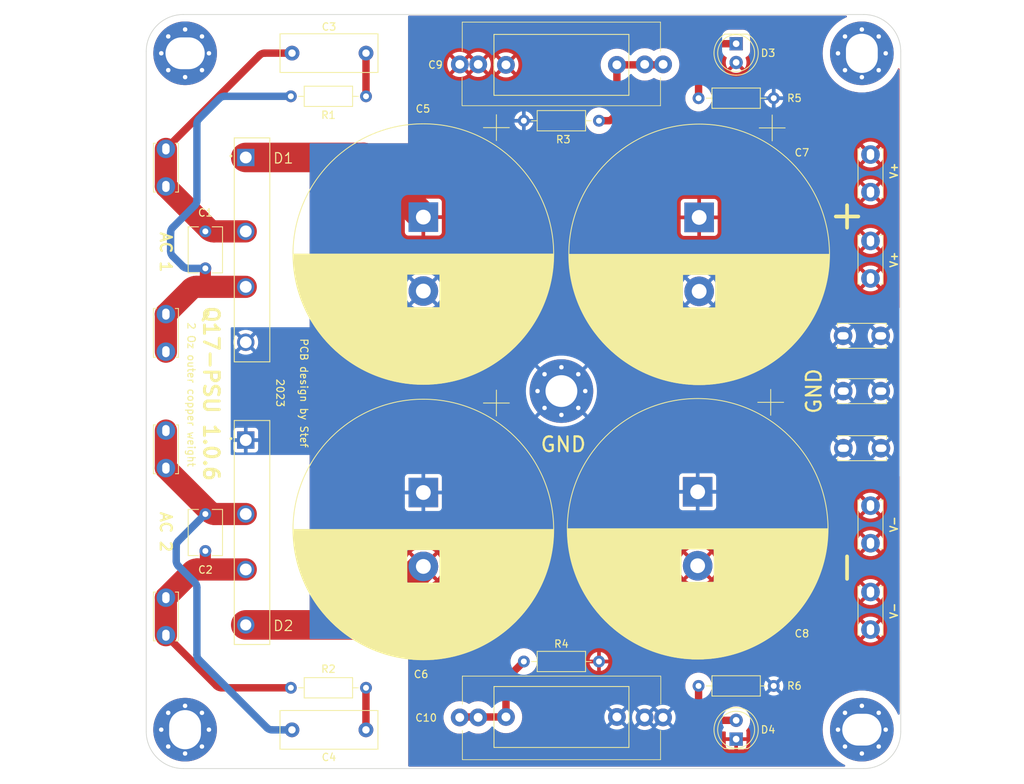
<source format=kicad_pcb>
(kicad_pcb (version 20221018) (generator pcbnew)
  (title_block (title "Q17 Power Supply") (date "2023-10-12") (rev "1.0.6") (company "by stef"))
  (layers (0 "F.Cu" signal) (31 "B.Cu" signal) (34 "B.Paste" user) (35 "F.Paste" user) (36 "B.SilkS" user "B.Silkscreen") (37 "F.SilkS" user "F.Silkscreen") (38 "B.Mask" user) (39 "F.Mask" user) (44 "Edge.Cuts" user))
  (net 0 "")
  (net 1 "GNDPWR")
  (net 2 "Net-(J1-1-Pin_1)")
  (net 3 "Net-(J1-3-Pin_1)")
  (net 4 "Net-(J1-2-Pin_1)")
  (net 5 "Net-(J1-4-Pin_1)")
  (net 6 "Net-(D3-K)")
  (net 7 "Net-(D4-A)")
  (net 8 "Net-(C3-Pad2)")
  (net 9 "Net-(C4-Pad2)")
  (net 10 "Net-(C9-Pad2)")
  (net 11 "Net-(C10-Pad2)")
  (net 12 "Net-(D3-A)")
  (net 13 "Net-(D4-K)")
  (footprint "Capacitor_THT:C_Rect_L13.0mm_W5.0mm_P10.00mm_FKS3_FKP3_MKS4" (layer "F.Cu") (at 117.762 45.212)
    (fp_text reference "C3" (at 5 -3.556) (layer "F.SilkS"))
    (fp_text value "10nF")
    (pad "1" thru_hole circle (at 0 0) (size 2 2) (drill 1) (layers "*.Cu" "*.Mask") (net 2 "Net-(J1-1-Pin_1)"))
    (pad "2" thru_hole circle (at 10 0) (size 2 2) (drill 1) (layers "*.Cu" "*.Mask") (net 8 "Net-(C3-Pad2)"))
  )
  (footprint "Q17_Library:DIOB_GBJ2510" (layer "F.Cu") (at 112.356 110.05744 -90)
    (fp_text reference "D2" (at 12.62456 -4.23) (layer "F.SilkS") (effects (font (size 1.4 1.4))))
    (fp_text value "GBJ2510")
    (pad "1" thru_hole rect (at -12.5 0.85 270) (size 2.35 2.35) (drill 1.6) (layers "*.Cu" "*.Mask") (net 1 "GNDPWR"))
    (pad "2" thru_hole circle (at -2.5 0.85 270) (size 2.35 2.35) (drill 1.6) (layers "*.Cu" "*.Mask") (net 3 "Net-(J1-3-Pin_1)"))
    (pad "3" thru_hole circle (at 5 0.85 270) (size 2.35 2.35) (drill 1.6) (layers "*.Cu" "*.Mask") (net 5 "Net-(J1-4-Pin_1)"))
    (pad "4" thru_hole circle (at 12.5 0.85 270) (size 2.35 2.35) (drill 1.51) (layers "*.Cu" "*.Mask") (net 13 "Net-(D4-K)"))
  )
  (footprint "Capacitor_THT:C_Disc_D6.0mm_W4.4mm_P5.00mm" (layer "F.Cu") (at 106.04628 107.55744 -90)
    (fp_text reference "C2" (at 7.547355 -0.011567) (layer "F.SilkS"))
    (fp_text value "10nF")
    (pad "1" thru_hole circle (at 0 0 270) (size 1.6 1.6) (drill 0.8) (layers "*.Cu" "*.Mask") (net 3 "Net-(J1-3-Pin_1)"))
    (pad "2" thru_hole circle (at 5 0 270) (size 1.6 1.6) (drill 0.8) (layers "*.Cu" "*.Mask") (net 5 "Net-(J1-4-Pin_1)"))
  )
  (footprint "Capacitor_THT:CP_Radial_D35.0mm_P10.00mm_SnapIn" (layer "F.Cu") (at 135.513301 67.394442 -90)
    (fp_text reference "C5" (at -14.648184 0.05248 -180) (layer "F.SilkS"))
    (fp_text value "10000uF 63v")
    (pad "1" thru_hole rect (at 0 0 270) (size 4 4) (drill 2) (layers "*.Cu" "*.Mask") (net 12 "Net-(D3-A)"))
    (pad "2" thru_hole circle (at 10 0 270) (size 4 4) (drill 2) (layers "*.Cu" "*.Mask") (net 1 "GNDPWR"))
  )
  (footprint "Q17_Library:Faston_Connector_63849-1_TEC" (layer "F.Cu") (at 100.71228 96.266 90)
    (fp_text reference "J1-3" hide)
    (fp_text value "AC2-1" hide)
    (pad "1" thru_hole circle (at -5.08 0 90) (size 2.5 2.5) (drill oval 1.5 1) (layers "*.Cu" "*.Mask") (net 3 "Net-(J1-3-Pin_1)"))
    (pad "1" thru_hole circle (at 0 0 90) (size 2.5 2.5) (drill oval 1.5 1) (layers "*.Cu" "*.Mask") (net 3 "Net-(J1-3-Pin_1)"))
  )
  (footprint "Q17_Library:C_Rect_Q17_PSU_L26.50_H11.00_P20.50" (layer "F.Cu") (at 142.934353 46.736)
    (fp_text reference "C9" (at -5.779934 0.063) (layer "F.SilkS"))
    (fp_text value "220nf" hide)
    (pad "1" thru_hole circle (at -2.4892 0) (size 2.4 2.4) (drill 1.2) (layers "*.Cu" "*.Mask") (net 12 "Net-(D3-A)"))
    (pad "1" thru_hole circle (at 0 0) (size 2.4 2.4) (drill 1.2) (layers "*.Cu" "*.Mask") (net 12 "Net-(D3-A)"))
    (pad "1" thru_hole circle (at 3.743647 0.063) (size 2.4 2.4) (drill 1.2) (layers "*.Cu" "*.Mask") (net 12 "Net-(D3-A)"))
    (pad "2" thru_hole circle (at 18.743647 0.063) (size 2.4 2.4) (drill 1.2) (layers "*.Cu" "*.Mask") (net 10 "Net-(C9-Pad2)"))
    (pad "2" thru_hole circle (at 22.5 0 180) (size 2.4 2.4) (drill 1.2) (layers "*.Cu" "*.Mask") (net 10 "Net-(C9-Pad2)"))
    (pad "2" thru_hole circle (at 24.9936 0 180) (size 2.4 2.4) (drill 1.2) (layers "*.Cu" "*.Mask") (net 10 "Net-(C9-Pad2)"))
  )
  (footprint "Q17_Library:Faston_Connector_63849-1_TEC" (layer "F.Cu") (at 100.71228 118.872 90)
    (fp_text reference "J1-4" hide)
    (fp_text value "AC2-2" hide)
    (pad "1" thru_hole circle (at -5.08 0 90) (size 2.5 2.5) (drill oval 1.5 1) (layers "*.Cu" "*.Mask") (net 5 "Net-(J1-4-Pin_1)"))
    (pad "1" thru_hole circle (at 0 0 90) (size 2.5 2.5) (drill oval 1.5 1) (layers "*.Cu" "*.Mask") (net 5 "Net-(J1-4-Pin_1)"))
  )
  (footprint "MountingHole:MountingHole_4.3mm_M4_Pad_Via" (layer "F.Cu") (at 154.178 90.926419)
    (fp_text reference "#GROUND01" hide)
    (fp_text value "MountingHole_4.3mm_M4_Pad_Via" hide)
    (pad "1" thru_hole circle (at -3.225 0) (size 0.9 0.9) (drill 0.6) (layers "*.Cu" "*.Mask") (net 1 "GNDPWR"))
    (pad "1" thru_hole circle (at -2.280419 -2.280419) (size 0.9 0.9) (drill 0.6) (layers "*.Cu" "*.Mask") (net 1 "GNDPWR"))
    (pad "1" thru_hole circle (at -2.280419 2.280419) (size 0.9 0.9) (drill 0.6) (layers "*.Cu" "*.Mask") (net 1 "GNDPWR"))
    (pad "1" thru_hole circle (at 0 -3.225) (size 0.9 0.9) (drill 0.6) (layers "*.Cu" "*.Mask") (net 1 "GNDPWR"))
    (pad "1" thru_hole circle (at 0 0) (size 8.6 8.6) (drill 4.3) (layers "*.Cu" "*.Mask") (net 1 "GNDPWR"))
    (pad "1" thru_hole circle (at 0 3.225) (size 0.9 0.9) (drill 0.6) (layers "*.Cu" "*.Mask") (net 1 "GNDPWR"))
    (pad "1" thru_hole circle (at 2.280419 -2.280419) (size 0.9 0.9) (drill 0.6) (layers "*.Cu" "*.Mask") (net 1 "GNDPWR"))
    (pad "1" thru_hole circle (at 2.280419 2.280419) (size 0.9 0.9) (drill 0.6) (layers "*.Cu" "*.Mask") (net 1 "GNDPWR"))
    (pad "1" thru_hole circle (at 3.225 0) (size 0.9 0.9) (drill 0.6) (layers "*.Cu" "*.Mask") (net 1 "GNDPWR"))
  )
  (footprint "Q17_Library:Faston_Connector_63849-1_TEC" (layer "F.Cu") (at 192.278 90.932 180)
    (fp_text reference "J2-4" hide)
    (fp_text value "GNDPWR" hide)
    (pad "1" thru_hole circle (at -5.08 0 180) (size 2.5 2.5) (drill oval 1.5 1) (layers "*.Cu" "*.Mask") (net 1 "GNDPWR"))
    (pad "1" thru_hole circle (at 0 0 180) (size 2.5 2.5) (drill oval 1.5 1) (layers "*.Cu" "*.Mask") (net 1 "GNDPWR"))
  )
  (footprint "Q17_Library:Faston_Connector_63849-1_TEC" (layer "F.Cu") (at 192.295665 98.653992 180)
    (fp_text reference "J2-5" hide)
    (fp_text value "GNDPWR" hide)
    (pad "1" thru_hole circle (at -5.08 0 180) (size 2.5 2.5) (drill oval 1.5 1) (layers "*.Cu" "*.Mask") (net 1 "GNDPWR"))
    (pad "1" thru_hole circle (at 0 0 180) (size 2.5 2.5) (drill oval 1.5 1) (layers "*.Cu" "*.Mask") (net 1 "GNDPWR"))
  )
  (footprint "Capacitor_THT:C_Disc_D6.0mm_W4.4mm_P5.00mm" (layer "F.Cu") (at 106.04628 69.324941 -90)
    (fp_text reference "C1" (at -2.522941 0.000992) (layer "F.SilkS"))
    (fp_text value "10nF")
    (pad "1" thru_hole circle (at 0 0 270) (size 1.6 1.6) (drill 0.8) (layers "*.Cu" "*.Mask") (net 2 "Net-(J1-1-Pin_1)"))
    (pad "2" thru_hole circle (at 5 0 270) (size 1.6 1.6) (drill 0.8) (layers "*.Cu" "*.Mask") (net 4 "Net-(J1-2-Pin_1)"))
  )
  (footprint "Q17_Library:Faston_Connector_63849-1_TEC" (layer "F.Cu") (at 100.71228 58.166 90)
    (fp_text reference "J1-1" hide)
    (fp_text value "AC1-1" hide)
    (pad "1" thru_hole circle (at -5.08 0 90) (size 2.5 2.5) (drill oval 1.5 1) (layers "*.Cu" "*.Mask") (net 2 "Net-(J1-1-Pin_1)"))
    (pad "1" thru_hole circle (at 0 0 90) (size 2.5 2.5) (drill oval 1.5 1) (layers "*.Cu" "*.Mask") (net 2 "Net-(J1-1-Pin_1)"))
  )
  (footprint "MountingHole:MountingHole_4.3mm_M4_Pad_Via" (layer "F.Cu") (at 194.79428 136.729763)
    (fp_text reference "REF**" hide)
    (fp_text value "MountingHole_4.3mm_M4_Pad_Via")
    (pad "1" thru_hole circle (at -3.225 0) (size 0.9 0.9) (drill 0.6) (layers "*.Cu" "*.Mask"))
    (pad "1" thru_hole circle (at -2.280419 -2.280419) (size 0.9 0.9) (drill 0.6) (layers "*.Cu" "*.Mask"))
    (pad "1" thru_hole circle (at -2.280419 2.280419) (size 0.9 0.9) (drill 0.6) (layers "*.Cu" "*.Mask"))
    (pad "1" thru_hole circle (at 0 -3.225) (size 0.9 0.9) (drill 0.6) (layers "*.Cu" "*.Mask"))
    (pad "1" thru_hole circle (at 0 0) (size 8.6 8.6) (drill oval 5.3 4.3) (layers "*.Cu" "*.Mask"))
    (pad "1" thru_hole circle (at 0 3.225) (size 0.9 0.9) (drill 0.6) (layers "*.Cu" "*.Mask"))
    (pad "1" thru_hole circle (at 2.280419 -2.280419) (size 0.9 0.9) (drill 0.6) (layers "*.Cu" "*.Mask"))
    (pad "1" thru_hole circle (at 2.280419 2.280419) (size 0.9 0.9) (drill 0.6) (layers "*.Cu" "*.Mask"))
    (pad "1" thru_hole circle (at 3.225 0) (size 0.9 0.9) (drill 0.6) (layers "*.Cu" "*.Mask"))
  )
  (footprint "Capacitor_THT:CP_Radial_D35.0mm_P10.00mm_SnapIn" (layer "F.Cu") (at 172.597301 104.554 -90)
    (fp_text reference "C8" (at 19.181059 -14.092699 -180) (layer "F.SilkS"))
    (fp_text value "10000uF 63v")
    (pad "1" thru_hole rect (at 0 0 270) (size 4 4) (drill 2) (layers "*.Cu" "*.Mask") (net 1 "GNDPWR"))
    (pad "2" thru_hole circle (at 10 0 270) (size 4 4) (drill 2) (layers "*.Cu" "*.Mask") (net 13 "Net-(D4-K)"))
  )
  (footprint "Resistor_THT:R_Axial_DIN0207_L6.3mm_D2.5mm_P10.16mm_Horizontal" (layer "F.Cu") (at 127.762 131.064 180)
    (fp_text reference "R2" (at 5.08 2.54) (layer "F.SilkS"))
    (fp_text value "10R")
    (pad "1" thru_hole circle (at 0 0 180) (size 1.6 1.6) (drill 0.8) (layers "*.Cu" "*.Mask") (net 9 "Net-(C4-Pad2)"))
    (pad "2" thru_hole oval (at 10.16 0 180) (size 1.6 1.6) (drill 0.8) (layers "*.Cu" "*.Mask") (net 5 "Net-(J1-4-Pin_1)"))
  )
  (footprint "Resistor_THT:R_Axial_DIN0207_L6.3mm_D2.5mm_P10.16mm_Horizontal" (layer "F.Cu") (at 149.098 127.508)
    (fp_text reference "R4" (at 5.08 -2.37) (layer "F.SilkS"))
    (fp_text value "10R" hide)
    (pad "1" thru_hole circle (at 0 0) (size 1.6 1.6) (drill 0.8) (layers "*.Cu" "*.Mask") (net 11 "Net-(C10-Pad2)"))
    (pad "2" thru_hole oval (at 10.16 0) (size 1.6 1.6) (drill 0.8) (layers "*.Cu" "*.Mask") (net 13 "Net-(D4-K)"))
  )
  (footprint "LED_THT:LED_D5.0mm" (layer "F.Cu") (at 177.8 138.004763 90)
    (fp_text reference "D4" (at 1.27 4.318) (layer "F.SilkS"))
    (fp_text value "LED")
    (pad "1" thru_hole rect (at 0 0 90) (size 1.8 1.8) (drill 0.9) (layers "*.Cu" "*.Mask") (net 13 "Net-(D4-K)"))
    (pad "2" thru_hole circle (at 2.54 0 90) (size 1.8 1.8) (drill 0.9) (layers "*.Cu" "*.Mask") (net 7 "Net-(D4-A)"))
  )
  (footprint "Q17_Library:Faston_Connector_63849-1_TEC" (layer "F.Cu") (at 195.96228 75.692 -90)
    (fp_text reference "J2-2" hide)
    (fp_text value "V+" (at -2.54 -3.17372 90) (layer "F.SilkS") (effects (font (thickness 0.2) bold)))
    (pad "1" thru_hole circle (at -5.08 0 270) (size 2.5 2.5) (drill oval 1.5 1) (layers "*.Cu" "*.Mask") (net 12 "Net-(D3-A)"))
    (pad "1" thru_hole circle (at 0 0 270) (size 2.5 2.5) (drill oval 1.5 1) (layers "*.Cu" "*.Mask") (net 12 "Net-(D3-A)"))
  )
  (footprint "Q17_Library:Faston_Connector_63849-1_TEC" (layer "F.Cu") (at 192.255665 83.453992 180)
    (fp_text reference "J2-3" hide)
    (fp_text value "GNDPWR" hide)
    (pad "1" thru_hole circle (at -5.08 0 180) (size 2.5 2.5) (drill oval 1.5 1) (layers "*.Cu" "*.Mask") (net 1 "GNDPWR"))
    (pad "1" thru_hole circle (at 0 0 180) (size 2.5 2.5) (drill oval 1.5 1) (layers "*.Cu" "*.Mask") (net 1 "GNDPWR"))
  )
  (footprint "Q17_Library:Faston_Connector_63849-1_TEC" (layer "F.Cu") (at 195.96228 111.506 -90)
    (fp_text reference "J2-6" hide)
    (fp_text value "V-" (at -2.554323 -3.17372 90) (layer "F.SilkS") (effects (font (thickness 0.2) bold)))
    (pad "1" thru_hole circle (at -5.08 0 270) (size 2.5 2.5) (drill oval 1.5 1) (layers "*.Cu" "*.Mask") (net 13 "Net-(D4-K)"))
    (pad "1" thru_hole circle (at 0 0 270) (size 2.5 2.5) (drill oval 1.5 1) (layers "*.Cu" "*.Mask") (net 13 "Net-(D4-K)"))
  )
  (footprint "Capacitor_THT:C_Rect_L13.0mm_W5.0mm_P10.00mm_FKS3_FKP3_MKS4" (layer "F.Cu") (at 117.7544 136.7536)
    (fp_text reference "C4" (at 5 3.7084) (layer "F.SilkS"))
    (fp_text value "10nF")
    (pad "1" thru_hole circle (at 0 0) (size 2 2) (drill 1) (layers "*.Cu" "*.Mask") (net 3 "Net-(J1-3-Pin_1)"))
    (pad "2" thru_hole circle (at 10 0) (size 2 2) (drill 1) (layers "*.Cu" "*.Mask") (net 9 "Net-(C4-Pad2)"))
  )
  (footprint "Q17_Library:DIOB_GBJ2510" (layer "F.Cu") (at 112.356 71.824941 -90)
    (fp_text reference "D1" (at -12.388941 -4.23) (layer "F.SilkS") (effects (font (size 1.4 1.4))))
    (fp_text value "GBJ2510")
    (pad "1" thru_hole rect (at -12.5 0.85 270) (size 2.35 2.35) (drill 1.6) (layers "*.Cu" "*.Mask") (net 12 "Net-(D3-A)"))
    (pad "2" thru_hole circle (at -2.5 0.85 270) (size 2.35 2.35) (drill 1.6) (layers "*.Cu" "*.Mask") (net 2 "Net-(J1-1-Pin_1)"))
    (pad "3" thru_hole circle (at 5 0.85 270) (size 2.35 2.35) (drill 1.6) (layers "*.Cu" "*.Mask") (net 4 "Net-(J1-2-Pin_1)"))
    (pad "4" thru_hole circle (at 12.5 0.85 270) (size 2.35 2.35) (drill 1.6) (layers "*.Cu" "*.Mask") (net 1 "GNDPWR"))
  )
  (footprint "Q17_Library:Faston_Connector_63849-1_TEC" (layer "F.Cu") (at 100.71228 80.518 90)
    (fp_text reference "J1-2" hide)
    (fp_text value "AC1-2" hide)
    (pad "1" thru_hole circle (at -5.08 0 90) (size 2.5 2.5) (drill oval 1.5 1) (layers "*.Cu" "*.Mask") (net 4 "Net-(J1-2-Pin_1)"))
    (pad "1" thru_hole circle (at 0 0 90) (size 2.5 2.5) (drill oval 1.5 1) (layers "*.Cu" "*.Mask") (net 4 "Net-(J1-2-Pin_1)"))
  )
  (footprint "Resistor_THT:R_Axial_DIN0207_L6.3mm_D2.5mm_P10.16mm_Horizontal" (layer "F.Cu") (at 159.258 54.356 180)
    (fp_text reference "R3" (at 4.826 -2.54) (layer "F.SilkS"))
    (fp_text value "10R" hide)
    (pad "1" thru_hole circle (at 0 0 180) (size 1.6 1.6) (drill 0.8) (layers "*.Cu" "*.Mask") (net 10 "Net-(C9-Pad2)"))
    (pad "2" thru_hole oval (at 10.16 0 180) (size 1.6 1.6) (drill 0.8) (layers "*.Cu" "*.Mask") (net 1 "GNDPWR"))
  )
  (footprint "MountingHole:MountingHole_4.3mm_M4_Pad_Via" (layer "F.Cu") (at 194.79428 45.238963)
    (fp_text reference "REF**" hide)
    (fp_text value "MountingHole_4.3mm_M4_Pad_Via")
    (pad "1" thru_hole circle (at -3.225 0) (size 0.9 0.9) (drill 0.6) (layers "*.Cu" "*.Mask"))
    (pad "1" thru_hole circle (at -2.280419 -2.280419) (size 0.9 0.9) (drill 0.6) (layers "*.Cu" "*.Mask"))
    (pad "1" thru_hole circle (at -2.280419 2.280419) (size 0.9 0.9) (drill 0.6) (layers "*.Cu" "*.Mask"))
    (pad "1" thru_hole circle (at 0 -3.225) (size 0.9 0.9) (drill 0.6) (layers "*.Cu" "*.Mask"))
    (pad "1" thru_hole circle (at 0 0) (size 8.6 8.6) (drill oval 4.3 5.3) (layers "*.Cu" "*.Mask"))
    (pad "1" thru_hole circle (at 0 3.225) (size 0.9 0.9) (drill 0.6) (layers "*.Cu" "*.Mask"))
    (pad "1" thru_hole circle (at 2.280419 -2.280419) (size 0.9 0.9) (drill 0.6) (layers "*.Cu" "*.Mask"))
    (pad "1" thru_hole circle (at 2.280419 2.280419) (size 0.9 0.9) (drill 0.6) (layers "*.Cu" "*.Mask"))
    (pad "1" thru_hole circle (at 3.225 0) (size 0.9 0.9) (drill 0.6) (layers "*.Cu" "*.Mask"))
  )
  (footprint "Capacitor_THT:CP_Radial_D35.0mm_P10.00mm_SnapIn" (layer "F.Cu") (at 135.513301 104.648 -90)
    (fp_text reference "C6" (at 24.589317 0.30648 -180) (layer "F.SilkS"))
    (fp_text value "10000uF 63v")
    (pad "1" thru_hole rect (at 0 0 270) (size 4 4) (drill 2) (layers "*.Cu" "*.Mask") (net 1 "GNDPWR"))
    (pad "2" thru_hole circle (at 10 0 270) (size 4 4) (drill 2) (layers "*.Cu" "*.Mask") (net 13 "Net-(D4-K)"))
  )
  (footprint "Q17_Library:C_Rect_Q17_PSU_L26.50_H11.00_P20.50" (layer "F.Cu") (at 165.427229 135.072553 180)
    (fp_text reference "C10" (at 29.537229 -0.055447 180) (layer "F.SilkS"))
    (fp_text value "220nF" hide)
    (pad "1" thru_hole circle (at -2.4892 0 180) (size 2.4 2.4) (drill 1.2) (layers "*.Cu" "*.Mask") (net 1 "GNDPWR"))
    (pad "1" thru_hole circle (at 0 0 180) (size 2.4 2.4) (drill 1.2) (layers "*.Cu" "*.Mask") (net 1 "GNDPWR"))
    (pad "1" thru_hole circle (at 3.743647 0.063 180) (size 2.4 2.4) (drill 1.2) (layers "*.Cu" "*.Mask") (net 1 "GNDPWR"))
    (pad "2" thru_hole circle (at 18.743647 0.063 180) (size 2.4 2.4) (drill 1.2) (layers "*.Cu" "*.Mask") (net 11 "Net-(C10-Pad2)"))
    (pad "2" thru_hole circle (at 22.5 0) (size 2.4 2.4) (drill 1.2) (layers "*.Cu" "*.Mask") (net 11 "Net-(C10-Pad2)"))
    (pad "2" thru_hole circle (at 24.9936 0) (size 2.4 2.4) (drill 1.2) (layers "*.Cu" "*.Mask") (net 11 "Net-(C10-Pad2)"))
  )
  (footprint "LED_THT:LED_D5.0mm" (layer "F.Cu") (at 177.8 43.937 -90)
    (fp_text reference "D3" (at 1.27 -4.318 -180) (layer "F.SilkS"))
    (fp_text value "LED")
    (pad "1" thru_hole rect (at 0 0 270) (size 1.8 1.8) (drill 0.9) (layers "*.Cu" "*.Mask") (net 6 "Net-(D3-K)"))
    (pad "2" thru_hole circle (at 2.54 0 270) (size 1.8 1.8) (drill 0.9) (layers "*.Cu" "*.Mask") (net 12 "Net-(D3-A)"))
  )
  (footprint "MountingHole:MountingHole_4.3mm_M4_Pad_Via" (layer "F.Cu") (at 103.309061 45.233382)
    (fp_text reference "REF**" hide)
    (fp_text value "MountingHole_4.3mm_M4_Pad_Via")
    (pad "1" thru_hole circle (at -3.225 0) (size 0.9 0.9) (drill 0.6) (layers "*.Cu" "*.Mask"))
    (pad "1" thru_hole circle (at -2.280419 -2.280419) (size 0.9 0.9) (drill 0.6) (layers "*.Cu" "*.Mask"))
    (pad "1" thru_hole circle (at -2.280419 2.280419) (size 0.9 0.9) (drill 0.6) (layers "*.Cu" "*.Mask"))
    (pad "1" thru_hole circle (at 0 -3.225) (size 0.9 0.9) (drill 0.6) (layers "*.Cu" "*.Mask"))
    (pad "1" thru_hole circle (at 0 0) (size 8.6 8.6) (drill oval 5.3 4.3) (layers "*.Cu" "*.Mask"))
    (pad "1" thru_hole circle (at 0 3.225) (size 0.9 0.9) (drill 0.6) (layers "*.Cu" "*.Mask"))
    (pad "1" thru_hole circle (at 2.280419 -2.280419) (size 0.9 0.9) (drill 0.6) (layers "*.Cu" "*.Mask"))
    (pad "1" thru_hole circle (at 2.280419 2.280419) (size 0.9 0.9) (drill 0.6) (layers "*.Cu" "*.Mask"))
    (pad "1" thru_hole circle (at 3.225 0) (size 0.9 0.9) (drill 0.6) (layers "*.Cu" "*.Mask"))
  )
  (footprint "Resistor_THT:R_Axial_DIN0207_L6.3mm_D2.5mm_P10.16mm_Horizontal" (layer "F.Cu") (at 127.762 51.054 180)
    (fp_text reference "R1" (at 5.08 -2.54) (layer "F.SilkS"))
    (fp_text value "10R")
    (pad "1" thru_hole circle (at 0 0 180) (size 1.6 1.6) (drill 0.8) (layers "*.Cu" "*.Mask") (net 8 "Net-(C3-Pad2)"))
    (pad "2" thru_hole oval (at 10.16 0 180) (size 1.6 1.6) (drill 0.8) (layers "*.Cu" "*.Mask") (net 4 "Net-(J1-2-Pin_1)"))
  )
  (footprint "Q17_Library:Faston_Connector_63849-1_TEC" (layer "F.Cu") (at 195.96228 64.008 -90)
    (fp_text reference "J2-1" hide)
    (fp_text value "V+" (at -2.8956 -3.17372 90) (layer "F.SilkS") (effects (font (thickness 0.2) bold)))
    (pad "1" thru_hole circle (at -5.08 0 270) (size 2.5 2.5) (drill oval 1.5 1) (layers "*.Cu" "*.Mask") (net 12 "Net-(D3-A)"))
    (pad "1" thru_hole circle (at 0 0 270) (size 2.5 2.5) (drill oval 1.5 1) (layers "*.Cu" "*.Mask") (net 12 "Net-(D3-A)"))
  )
  (footprint "Resistor_THT:R_Axial_DIN0207_L6.3mm_D2.5mm_P10.16mm_Horizontal" (layer "F.Cu") (at 172.72 51.308)
    (fp_text reference "R5" (at 12.954 0) (layer "F.SilkS"))
    (fp_text value "10K")
    (pad "1" thru_hole circle (at 0 0) (size 1.6 1.6) (drill 0.8) (layers "*.Cu" "*.Mask") (net 6 "Net-(D3-K)"))
    (pad "2" thru_hole oval (at 10.16 0) (size 1.6 1.6) (drill 0.8) (layers "*.Cu" "*.Mask") (net 1 "GNDPWR"))
  )
  (footprint "Capacitor_THT:CP_Radial_D35.0mm_P10.00mm_SnapIn" (layer "F.Cu") (at 172.800501 67.432941 -90)
    (fp_text reference "C7" (at -8.758941 -13.889499 -180) (layer "F.SilkS"))
    (fp_text value "10000uF 63v")
    (pad "1" thru_hole rect (at 0 0 270) (size 4 4) (drill 2) (layers "*.Cu" "*.Mask") (net 12 "Net-(D3-A)"))
    (pad "2" thru_hole circle (at 10 0 270) (size 4 4) (drill 2) (layers "*.Cu" "*.Mask") (net 1 "GNDPWR"))
  )
  (footprint "Q17_Library:Faston_Connector_63849-1_TEC" (layer "F.Cu") (at 195.96228 123.19 -90)
    (fp_text reference "J2-7" hide)
    (fp_text value "V-" (at -2.54 -3.17372 90) (layer "F.SilkS") (effects (font (thickness 0.2) bold)))
    (pad "1" thru_hole circle (at -5.08 0 270) (size 2.5 2.5) (drill oval 1.5 1) (layers "*.Cu" "*.Mask") (net 13 "Net-(D4-K)"))
    (pad "1" thru_hole circle (at 0 0 270) (size 2.5 2.5) (drill oval 1.5 1) (layers "*.Cu" "*.Mask") (net 13 "Net-(D4-K)"))
  )
  (footprint "MountingHole:MountingHole_4.3mm_M4_Pad_Via" (layer "F.Cu") (at 103.30348 136.729763)
    (fp_text reference "REF**" hide)
    (fp_text value "MountingHole_4.3mm_M4_Pad_Via")
    (pad "1" thru_hole circle (at -3.225 0) (size 0.9 0.9) (drill 0.6) (layers "*.Cu" "*.Mask"))
    (pad "1" thru_hole circle (at -2.280419 -2.280419) (size 0.9 0.9) (drill 0.6) (layers "*.Cu" "*.Mask"))
    (pad "1" thru_hole circle (at -2.280419 2.280419) (size 0.9 0.9) (drill 0.6) (layers "*.Cu" "*.Mask"))
    (pad "1" thru_hole circle (at 0 -3.225) (size 0.9 0.9) (drill 0.6) (layers "*.Cu" "*.Mask"))
    (pad "1" thru_hole circle (at 0 0) (size 8.6 8.6) (drill oval 4.3 5.3) (layers "*.Cu" "*.Mask"))
    (pad "1" thru_hole circle (at 0 3.225) (size 0.9 0.9) (drill 0.6) (layers "*.Cu" "*.Mask"))
    (pad "1" thru_hole circle (at 2.280419 -2.280419) (size 0.9 0.9) (drill 0.6) (layers "*.Cu" "*.Mask"))
    (pad "1" thru_hole circle (at 2.280419 2.280419) (size 0.9 0.9) (drill 0.6) (layers "*.Cu" "*.Mask"))
    (pad "1" thru_hole circle (at 3.225 0) (size 0.9 0.9) (drill 0.6) (layers "*.Cu" "*.Mask"))
  )
  (footprint "Resistor_THT:R_Axial_DIN0207_L6.3mm_D2.5mm_P10.16mm_Horizontal" (layer "F.Cu") (at 182.88 130.81 180)
    (fp_text reference "R6" (at -2.794 0) (layer "F.SilkS"))
    (fp_text value "10K")
    (pad "1" thru_hole circle (at 0 0 180) (size 1.6 1.6) (drill 0.8) (layers "*.Cu" "*.Mask") (net 1 "GNDPWR"))
    (pad "2" thru_hole oval (at 10.16 0 180) (size 1.6 1.6) (drill 0.8) (layers "*.Cu" "*.Mask") (net 7 "Net-(D4-A)"))
  )
  (gr_line (start 98.05348 136.988963) (end 98.05348 44.988963) (stroke (width 0.1)) (layer "Edge.Cuts"))
  (gr_arc (start 200.05348 136.988963) (mid 198.589 140.524471) (end 195.05348 141.988963) (stroke (width 0.1)) (layer "Edge.Cuts"))
  (gr_line (start 103.05348 39.988963) (end 195.05348 39.988963) (stroke (width 0.1)) (layer "Edge.Cuts"))
  (gr_line (start 195.05348 141.988963) (end 103.05348 141.988963) (stroke (width 0.1)) (layer "Edge.Cuts"))
  (gr_line (start 200.05348 44.988963) (end 200.05348 136.988963) (stroke (width 0.1)) (layer "Edge.Cuts"))
  (gr_arc (start 98.05348 44.988963) (mid 99.517946 41.453429) (end 103.05348 39.988963) (stroke (width 0.1)) (layer "Edge.Cuts"))
  (gr_arc (start 103.05348 141.988963) (mid 99.517932 140.524499) (end 98.05348 136.988963) (stroke (width 0.1)) (layer "Edge.Cuts"))
  (gr_arc (start 195.05348 39.988963) (mid 198.589 41.453432) (end 200.05348 44.988963) (stroke (width 0.1)) (layer "Edge.Cuts"))
  (gr_text "GND" (at 154.432 99.314) (layer "F.SilkS") (effects (font (size 2 2) (thickness 0.3) bold) (justify bottom)))
  (gr_text "-" (at 190.754 114.808 270) (layer "F.SilkS") (effects (font (size 4 4) (thickness 0.5)) (justify bottom)))
  (gr_text "PCB design by Stef\n\n2023" (at 115.57 91.186 -90) (layer "F.SilkS") (effects (font (size 1 1)) (justify bottom)))
  (gr_text "Q17-PSU 1.0.6" (at 105.664 79.248 270) (layer "F.SilkS") (effects (font (size 2 2) (thickness 0.4) bold) (justify left bottom)))
  (gr_text "GND" (at 189.484 90.932 90) (layer "F.SilkS") (effects (font (size 2 2) (thickness 0.3) bold) (justify bottom)))
  (gr_text "+" (at 190.754 67.31 270) (layer "F.SilkS") (effects (font (size 4 4) (thickness 0.5)) (justify bottom)))
  (gr_text "2 Oz outer copper weight" (at 104.14 91.409905 -90) (layer "F.SilkS") (effects (font (size 1 1))))
  (gr_text "AC 1" (at 99.822 72.136 270) (layer "F.SilkS") (effects (font (size 1.5 1.5) (thickness 0.3) bold) (justify bottom)))
  (gr_text "AC 2" (at 99.822 109.982 270) (layer "F.SilkS") (effects (font (size 1.5 1.5) (thickness 0.3) bold) (justify bottom)))
  (segment (start 107.205435 69.324941) (end 111.506 69.324941) (width 3) (layer "F.Cu") (net 2))
  (segment (start 100.71228 63.246) (end 106.498328 69.032048) (width 3) (layer "F.Cu") (net 2))
  (segment (start 100.71228 58.166) (end 113.373387 45.504893) (width 1) (layer "F.Cu") (net 2))
  (segment (start 114.080494 45.212) (end 117.762 45.212) (width 1) (layer "F.Cu") (net 2))
  (segment (start 100.71228 63.246) (end 100.71228 58.166) (width 3) (layer "F.Cu") (net 2))
  (arc (start 113.373387 45.504893) (mid 113.69781 45.28812) (end 114.080494 45.212) (width 1) (layer "F.Cu") (net 2))
  (arc (start 106.498328 69.032048) (mid 106.822751 69.248821) (end 107.205435 69.324941) (width 3) (layer "F.Cu") (net 2))
  (segment (start 106.630827 107.264547) (end 100.71228 101.346) (width 3) (layer "F.Cu") (net 3))
  (segment (start 100.71228 101.346) (end 100.71228 96.266) (width 3) (layer "F.Cu") (net 3))
  (segment (start 111.506 107.55744) (end 107.337934 107.55744) (width 3) (layer "F.Cu") (net 3))
  (arc (start 106.630827 107.264547) (mid 106.95525 107.48132) (end 107.337934 107.55744) (width 3) (layer "F.Cu") (net 3))
  (segment (start 104.902 117.508214) (end 104.902 126.585786) (width 1) (layer "B.Cu") (net 3))
  (segment (start 102.400893 114.592893) (end 104.609107 116.801107) (width 1) (layer "B.Cu") (net 3))
  (segment (start 105.194893 127.292893) (end 114.362707 136.460707) (width 1) (layer "B.Cu") (net 3))
  (segment (start 106.04628 107.55744) (end 102.400893 111.202827) (width 1) (layer "B.Cu") (net 3))
  (segment (start 115.069814 136.7536) (end 117.7544 136.7536) (width 1) (layer "B.Cu") (net 3))
  (segment (start 102.108 111.909934) (end 102.108 113.885786) (width 1) (layer "B.Cu") (net 3))
  (arc (start 104.902 126.585786) (mid 104.97812 126.968469) (end 105.194893 127.292893) (width 1) (layer "B.Cu") (net 3))
  (arc (start 115.069814 136.7536) (mid 114.687131 136.67748) (end 114.362707 136.460707) (width 1) (layer "B.Cu") (net 3))
  (arc (start 102.400893 111.202827) (mid 102.18412 111.52725) (end 102.108 111.909934) (width 1) (layer "B.Cu") (net 3))
  (arc (start 102.400893 114.592893) (mid 102.18412 114.26847) (end 102.108 113.885786) (width 1) (layer "B.Cu") (net 3))
  (arc (start 104.902 117.508214) (mid 104.82588 117.125531) (end 104.609107 116.801107) (width 1) (layer "B.Cu") (net 3))
  (segment (start 100.728887 80.501393) (end 100.71228 80.518) (width 3) (layer "F.Cu") (net 4))
  (segment (start 106.04628 74.324941) (end 106.04628 76.699221) (width 1.5) (layer "F.Cu") (net 4))
  (segment (start 104.112446 77.117834) (end 100.71228 80.518) (width 3) (layer "F.Cu") (net 4))
  (segment (start 100.71228 80.518) (end 100.71228 85.598) (width 3) (layer "F.Cu") (net 4))
  (segment (start 106.04628 76.699221) (end 102.227501 80.518) (width 0.25) (layer "F.Cu") (net 4))
  (segment (start 102.227501 80.518) (end 100.71228 80.518) (width 0.25) (layer "F.Cu") (net 4))
  (segment (start 111.506 76.824941) (end 104.819553 76.824941) (width 3) (layer "F.Cu") (net 4))
  (arc (start 104.112446 77.117834) (mid 104.436869 76.901061) (end 104.819553 76.824941) (width 3) (layer "F.Cu") (net 4))
  (segment (start 102.988048 74.032048) (end 101.638893 72.682893) (width 1) (layer "B.Cu") (net 4))
  (segment (start 106.04628 74.324941) (end 103.695155 74.324941) (width 1) (layer "B.Cu") (net 4))
  (segment (start 101.638893 68.795107) (end 104.609107 65.824893) (width 1) (layer "B.Cu") (net 4))
  (segment (start 105.194893 54.096321) (end 107.944321 51.346893) (width 1) (layer "B.Cu") (net 4))
  (segment (start 108.651428 51.054) (end 117.602 51.054) (width 1) (layer "B.Cu") (net 4))
  (segment (start 104.902 65.117786) (end 104.902 54.803428) (width 1) (layer "B.Cu") (net 4))
  (segment (start 101.346 71.975786) (end 101.346 69.502214) (width 1) (layer "B.Cu") (net 4))
  (arc (start 101.346 69.502214) (mid 101.42212 69.119531) (end 101.638893 68.795107) (width 1) (layer "B.Cu") (net 4))
  (arc (start 104.902 54.803428) (mid 104.97812 54.420745) (end 105.194893 54.096321) (width 1) (layer "B.Cu") (net 4))
  (arc (start 103.695155 74.324941) (mid 103.312472 74.248821) (end 102.988048 74.032048) (width 1) (layer "B.Cu") (net 4))
  (arc (start 104.902 65.117786) (mid 104.82588 65.500469) (end 104.609107 65.824893) (width 1) (layer "B.Cu") (net 4))
  (arc (start 101.346 71.975786) (mid 101.42212 72.358469) (end 101.638893 72.682893) (width 1) (layer "B.Cu") (net 4))
  (arc (start 108.651428 51.054) (mid 108.268745 51.13012) (end 107.944321 51.346893) (width 1) (layer "B.Cu") (net 4))
  (segment (start 111.506 115.05744) (end 104.941054 115.05744) (width 3) (layer "F.Cu") (net 5))
  (segment (start 104.233947 115.350333) (end 100.71228 118.872) (width 3) (layer "F.Cu") (net 5))
  (segment (start 106.04628 114.92916) (end 105.664 115.31144) (width 0.25) (layer "F.Cu") (net 5))
  (segment (start 100.71228 123.952) (end 107.531387 130.771107) (width 1) (layer "F.Cu") (net 5))
  (segment (start 100.71228 118.872) (end 100.71228 123.952) (width 3) (layer "F.Cu") (net 5))
  (segment (start 108.238494 131.064) (end 117.6744 131.064) (width 1) (layer "F.Cu") (net 5))
  (segment (start 106.04628 112.55744) (end 106.04628 114.92916) (width 1.5) (layer "F.Cu") (net 5))
  (arc (start 104.233947 115.350333) (mid 104.55837 115.13356) (end 104.941054 115.05744) (width 3) (layer "F.Cu") (net 5))
  (arc (start 108.238494 131.064) (mid 107.855811 130.98788) (end 107.531387 130.771107) (width 1) (layer "F.Cu") (net 5))
  (segment (start 172.866447 46.453833) (end 175.236834 44.083446) (width 1) (layer "F.Cu") (net 6))
  (segment (start 175.590387 43.937) (end 177.8 43.937) (width 1) (layer "F.Cu") (net 6))
  (segment (start 172.72 51.308) (end 172.72 46.807387) (width 1) (layer "F.Cu") (net 6))
  (arc (start 172.866447 46.453833) (mid 172.75806 46.616045) (end 172.72 46.807387) (width 1) (layer "F.Cu") (net 6))
  (arc (start 175.236834 44.083446) (mid 175.399046 43.97506) (end 175.590387 43.937) (width 1) (layer "F.Cu") (net 6))
  (segment (start 177.8 135.464763) (end 175.04187 135.464763) (width 1) (layer "F.Cu") (net 7))
  (segment (start 174.688316 135.318316) (end 172.866446 133.496446) (width 1) (layer "F.Cu") (net 7))
  (segment (start 172.72 133.142893) (end 172.72 130.81) (width 1) (layer "F.Cu") (net 7))
  (arc (start 172.866446 133.496446) (mid 172.75806 133.334234) (end 172.72 133.142893) (width 1) (layer "F.Cu") (net 7))
  (arc (start 175.04187 135.464763) (mid 174.850528 135.426703) (end 174.688316 135.318316) (width 1) (layer "F.Cu") (net 7))
  (segment (start 127.762 50.974) (end 127.762 45.212) (width 1) (layer "F.Cu") (net 8))
  (segment (start 127.7544 131.144) (end 127.7544 136.7536) (width 1) (layer "F.Cu") (net 9))
  (segment (start 161.531553 53.606447) (end 160.928446 54.209554) (width 1) (layer "F.Cu") (net 10))
  (segment (start 161.678 46.799) (end 167.864953 46.799) (width 1) (layer "F.Cu") (net 10))
  (segment (start 161.678 46.799) (end 161.678 53.252893) (width 1) (layer "F.Cu") (net 10))
  (segment (start 160.574893 54.356) (end 159.258 54.356) (width 1) (layer "F.Cu") (net 10))
  (arc (start 160.928446 54.209554) (mid 160.766234 54.31794) (end 160.574893 54.356) (width 1) (layer "F.Cu") (net 10))
  (arc (start 161.531553 53.606447) (mid 161.63994 53.444235) (end 161.678 53.252893) (width 1) (layer "F.Cu") (net 10))
  (segment (start 149.098 127.508) (end 146.830027 129.775973) (width 1) (layer "F.Cu") (net 11))
  (segment (start 146.683582 135.009553) (end 140.496629 135.009553) (width 1) (layer "F.Cu") (net 11))
  (segment (start 146.683581 130.129526) (end 146.683582 135.009553) (width 1) (layer "F.Cu") (net 11))
  (arc (start 146.683581 130.129526) (mid 146.721641 129.938185) (end 146.830027 129.775973) (width 1) (layer "F.Cu") (net 11))
  (segment (start 127.4438 59.324941) (end 135.513301 67.394442) (width 4) (layer "F.Cu") (net 12))
  (segment (start 111.506 59.324941) (end 127.4438 59.324941) (width 4) (layer "F.Cu") (net 12))
  (segment (start 111.506 122.55744) (end 127.603861 122.55744) (width 4) (layer "F.Cu") (net 13))
  (segment (start 127.603861 122.55744) (end 135.513301 114.648) (width 4) (layer "F.Cu") (net 13))
  (zone (net 12) (net_name "Net-(D3-A)") (layer "F.Cu") (connect_pads (clearance 1)) (min_thickness 0.25) (fill yes (thermal_gap 0.5) (thermal_bridge_width 0.5) (island_removal_mode 1) (island_area_min 10))
    (polygon (pts (xy 133.4516 57.404) (xy 133.477 40.132) (xy 199.898 40.132) (xy 199.898 79.756) (xy 188.722 79.756) (xy 188.722 90.135773) (xy 120.162719 90.511645) (xy 120.142 57.404)))
  )
  (zone (net 13) (net_name "Net-(D4-K)") (layer "F.Cu") (connect_pads (clearance 1)) (min_thickness 0.25) (fill yes (thermal_gap 0.5) (thermal_bridge_width 0.5) (island_removal_mode 1) (island_area_min 10))
    (polygon (pts (xy 188.721981 91.433055) (xy 188.722 102.362) (xy 199.898 102.362) (xy 199.898 141.732) (xy 133.477 141.732) (xy 133.477 124.46) (xy 120.142 124.46) (xy 120.142 91.657523)))
  )
  (zone (net 1) (net_name "GNDPWR") (layer "B.Cu") (connect_pads (clearance 1)) (min_thickness 0.25) (fill yes (thermal_gap 0.5) (thermal_bridge_width 0.5) (island_removal_mode 1) (island_area_min 10))
    (polygon (pts (xy 133.4516 57.404) (xy 133.4516 40.138163) (xy 199.85028 40.138163) (xy 199.90108 141.732) (xy 133.477 141.732) (xy 133.477 124.46) (xy 120.142 124.46) (xy 120.142 99.568) (xy 109.474 99.568) (xy 109.474 82.296) (xy 120.142 82.296) (xy 120.142 57.404)))
  )
)
</source>
